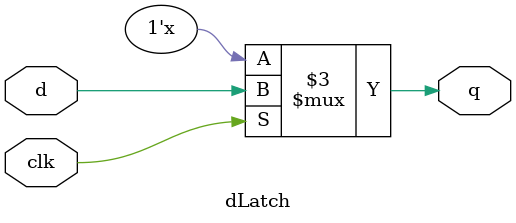
<source format=v>
`timescale 1ns / 1ps

module dLatch(
    input d, clk,
    output reg q
    );
    
    initial begin
        q = 0;
    end
    always @(clk or d) begin
        if(clk) q <= d;
    end

endmodule
</source>
